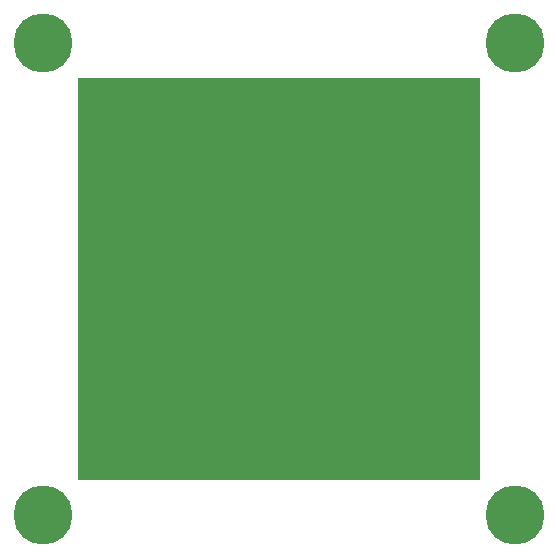
<source format=gbr>
G04 start of page 4 for group 2 idx 2 *
G04 Title: IrasCarrier, Silicon *
G04 Creator: pcb 1.99x *
G04 CreationDate: Di 16 Sep 2008 08:39:27 GMT UTC *
G04 For: stephan *
G04 Format: Gerber/RS-274X *
G04 PCB-Dimensions: 196850 196850 *
G04 PCB-Coordinate-Origin: lower left *
%MOIN*%
%FSLAX24Y24*%
%LNGROUP2*%
%ADD11C,0.0200*%
%ADD16C,0.1968*%
%ADD17C,0.1260*%
G54D11*G36*
X3149Y3149D02*Y16535D01*
X16535D01*
Y3149D01*
X3149D01*
G37*
G54D16*X1968Y17716D03*
X17716D03*
X1968Y1968D03*
X17716D03*
G54D17*M02*

</source>
